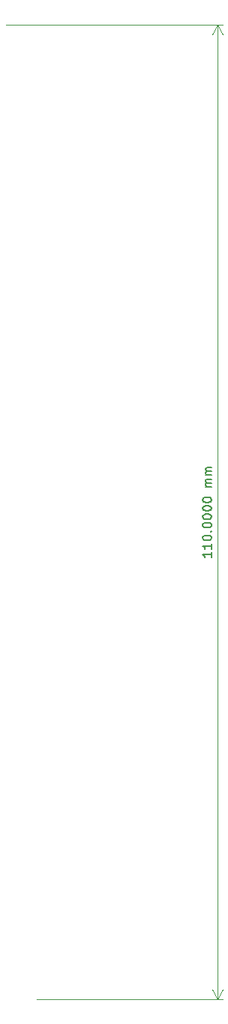
<source format=gbr>
G04 #@! TF.GenerationSoftware,KiCad,Pcbnew,9.0.3*
G04 #@! TF.CreationDate,2025-08-26T17:21:35-04:00*
G04 #@! TF.ProjectId,Oblique Palette 0.5.4 PCB Main,4f626c69-7175-4652-9050-616c65747465,0.5.5*
G04 #@! TF.SameCoordinates,Original*
G04 #@! TF.FileFunction,OtherDrawing,Comment*
%FSLAX46Y46*%
G04 Gerber Fmt 4.6, Leading zero omitted, Abs format (unit mm)*
G04 Created by KiCad (PCBNEW 9.0.3) date 2025-08-26 17:21:35*
%MOMM*%
%LPD*%
G01*
G04 APERTURE LIST*
%ADD10C,0.150000*%
%ADD11C,0.050000*%
G04 APERTURE END LIST*
D10*
X275054819Y-74563809D02*
X275054819Y-75135237D01*
X275054819Y-74849523D02*
X274054819Y-74849523D01*
X274054819Y-74849523D02*
X274197676Y-74944761D01*
X274197676Y-74944761D02*
X274292914Y-75039999D01*
X274292914Y-75039999D02*
X274340533Y-75135237D01*
X275054819Y-73611428D02*
X275054819Y-74182856D01*
X275054819Y-73897142D02*
X274054819Y-73897142D01*
X274054819Y-73897142D02*
X274197676Y-73992380D01*
X274197676Y-73992380D02*
X274292914Y-74087618D01*
X274292914Y-74087618D02*
X274340533Y-74182856D01*
X274054819Y-72992380D02*
X274054819Y-72897142D01*
X274054819Y-72897142D02*
X274102438Y-72801904D01*
X274102438Y-72801904D02*
X274150057Y-72754285D01*
X274150057Y-72754285D02*
X274245295Y-72706666D01*
X274245295Y-72706666D02*
X274435771Y-72659047D01*
X274435771Y-72659047D02*
X274673866Y-72659047D01*
X274673866Y-72659047D02*
X274864342Y-72706666D01*
X274864342Y-72706666D02*
X274959580Y-72754285D01*
X274959580Y-72754285D02*
X275007200Y-72801904D01*
X275007200Y-72801904D02*
X275054819Y-72897142D01*
X275054819Y-72897142D02*
X275054819Y-72992380D01*
X275054819Y-72992380D02*
X275007200Y-73087618D01*
X275007200Y-73087618D02*
X274959580Y-73135237D01*
X274959580Y-73135237D02*
X274864342Y-73182856D01*
X274864342Y-73182856D02*
X274673866Y-73230475D01*
X274673866Y-73230475D02*
X274435771Y-73230475D01*
X274435771Y-73230475D02*
X274245295Y-73182856D01*
X274245295Y-73182856D02*
X274150057Y-73135237D01*
X274150057Y-73135237D02*
X274102438Y-73087618D01*
X274102438Y-73087618D02*
X274054819Y-72992380D01*
X274959580Y-72230475D02*
X275007200Y-72182856D01*
X275007200Y-72182856D02*
X275054819Y-72230475D01*
X275054819Y-72230475D02*
X275007200Y-72278094D01*
X275007200Y-72278094D02*
X274959580Y-72230475D01*
X274959580Y-72230475D02*
X275054819Y-72230475D01*
X274054819Y-71563809D02*
X274054819Y-71468571D01*
X274054819Y-71468571D02*
X274102438Y-71373333D01*
X274102438Y-71373333D02*
X274150057Y-71325714D01*
X274150057Y-71325714D02*
X274245295Y-71278095D01*
X274245295Y-71278095D02*
X274435771Y-71230476D01*
X274435771Y-71230476D02*
X274673866Y-71230476D01*
X274673866Y-71230476D02*
X274864342Y-71278095D01*
X274864342Y-71278095D02*
X274959580Y-71325714D01*
X274959580Y-71325714D02*
X275007200Y-71373333D01*
X275007200Y-71373333D02*
X275054819Y-71468571D01*
X275054819Y-71468571D02*
X275054819Y-71563809D01*
X275054819Y-71563809D02*
X275007200Y-71659047D01*
X275007200Y-71659047D02*
X274959580Y-71706666D01*
X274959580Y-71706666D02*
X274864342Y-71754285D01*
X274864342Y-71754285D02*
X274673866Y-71801904D01*
X274673866Y-71801904D02*
X274435771Y-71801904D01*
X274435771Y-71801904D02*
X274245295Y-71754285D01*
X274245295Y-71754285D02*
X274150057Y-71706666D01*
X274150057Y-71706666D02*
X274102438Y-71659047D01*
X274102438Y-71659047D02*
X274054819Y-71563809D01*
X274054819Y-70611428D02*
X274054819Y-70516190D01*
X274054819Y-70516190D02*
X274102438Y-70420952D01*
X274102438Y-70420952D02*
X274150057Y-70373333D01*
X274150057Y-70373333D02*
X274245295Y-70325714D01*
X274245295Y-70325714D02*
X274435771Y-70278095D01*
X274435771Y-70278095D02*
X274673866Y-70278095D01*
X274673866Y-70278095D02*
X274864342Y-70325714D01*
X274864342Y-70325714D02*
X274959580Y-70373333D01*
X274959580Y-70373333D02*
X275007200Y-70420952D01*
X275007200Y-70420952D02*
X275054819Y-70516190D01*
X275054819Y-70516190D02*
X275054819Y-70611428D01*
X275054819Y-70611428D02*
X275007200Y-70706666D01*
X275007200Y-70706666D02*
X274959580Y-70754285D01*
X274959580Y-70754285D02*
X274864342Y-70801904D01*
X274864342Y-70801904D02*
X274673866Y-70849523D01*
X274673866Y-70849523D02*
X274435771Y-70849523D01*
X274435771Y-70849523D02*
X274245295Y-70801904D01*
X274245295Y-70801904D02*
X274150057Y-70754285D01*
X274150057Y-70754285D02*
X274102438Y-70706666D01*
X274102438Y-70706666D02*
X274054819Y-70611428D01*
X274054819Y-69659047D02*
X274054819Y-69563809D01*
X274054819Y-69563809D02*
X274102438Y-69468571D01*
X274102438Y-69468571D02*
X274150057Y-69420952D01*
X274150057Y-69420952D02*
X274245295Y-69373333D01*
X274245295Y-69373333D02*
X274435771Y-69325714D01*
X274435771Y-69325714D02*
X274673866Y-69325714D01*
X274673866Y-69325714D02*
X274864342Y-69373333D01*
X274864342Y-69373333D02*
X274959580Y-69420952D01*
X274959580Y-69420952D02*
X275007200Y-69468571D01*
X275007200Y-69468571D02*
X275054819Y-69563809D01*
X275054819Y-69563809D02*
X275054819Y-69659047D01*
X275054819Y-69659047D02*
X275007200Y-69754285D01*
X275007200Y-69754285D02*
X274959580Y-69801904D01*
X274959580Y-69801904D02*
X274864342Y-69849523D01*
X274864342Y-69849523D02*
X274673866Y-69897142D01*
X274673866Y-69897142D02*
X274435771Y-69897142D01*
X274435771Y-69897142D02*
X274245295Y-69849523D01*
X274245295Y-69849523D02*
X274150057Y-69801904D01*
X274150057Y-69801904D02*
X274102438Y-69754285D01*
X274102438Y-69754285D02*
X274054819Y-69659047D01*
X274054819Y-68706666D02*
X274054819Y-68611428D01*
X274054819Y-68611428D02*
X274102438Y-68516190D01*
X274102438Y-68516190D02*
X274150057Y-68468571D01*
X274150057Y-68468571D02*
X274245295Y-68420952D01*
X274245295Y-68420952D02*
X274435771Y-68373333D01*
X274435771Y-68373333D02*
X274673866Y-68373333D01*
X274673866Y-68373333D02*
X274864342Y-68420952D01*
X274864342Y-68420952D02*
X274959580Y-68468571D01*
X274959580Y-68468571D02*
X275007200Y-68516190D01*
X275007200Y-68516190D02*
X275054819Y-68611428D01*
X275054819Y-68611428D02*
X275054819Y-68706666D01*
X275054819Y-68706666D02*
X275007200Y-68801904D01*
X275007200Y-68801904D02*
X274959580Y-68849523D01*
X274959580Y-68849523D02*
X274864342Y-68897142D01*
X274864342Y-68897142D02*
X274673866Y-68944761D01*
X274673866Y-68944761D02*
X274435771Y-68944761D01*
X274435771Y-68944761D02*
X274245295Y-68897142D01*
X274245295Y-68897142D02*
X274150057Y-68849523D01*
X274150057Y-68849523D02*
X274102438Y-68801904D01*
X274102438Y-68801904D02*
X274054819Y-68706666D01*
X275054819Y-67182856D02*
X274388152Y-67182856D01*
X274483390Y-67182856D02*
X274435771Y-67135237D01*
X274435771Y-67135237D02*
X274388152Y-67039999D01*
X274388152Y-67039999D02*
X274388152Y-66897142D01*
X274388152Y-66897142D02*
X274435771Y-66801904D01*
X274435771Y-66801904D02*
X274531009Y-66754285D01*
X274531009Y-66754285D02*
X275054819Y-66754285D01*
X274531009Y-66754285D02*
X274435771Y-66706666D01*
X274435771Y-66706666D02*
X274388152Y-66611428D01*
X274388152Y-66611428D02*
X274388152Y-66468571D01*
X274388152Y-66468571D02*
X274435771Y-66373332D01*
X274435771Y-66373332D02*
X274531009Y-66325713D01*
X274531009Y-66325713D02*
X275054819Y-66325713D01*
X275054819Y-65849523D02*
X274388152Y-65849523D01*
X274483390Y-65849523D02*
X274435771Y-65801904D01*
X274435771Y-65801904D02*
X274388152Y-65706666D01*
X274388152Y-65706666D02*
X274388152Y-65563809D01*
X274388152Y-65563809D02*
X274435771Y-65468571D01*
X274435771Y-65468571D02*
X274531009Y-65420952D01*
X274531009Y-65420952D02*
X275054819Y-65420952D01*
X274531009Y-65420952D02*
X274435771Y-65373333D01*
X274435771Y-65373333D02*
X274388152Y-65278095D01*
X274388152Y-65278095D02*
X274388152Y-65135238D01*
X274388152Y-65135238D02*
X274435771Y-65039999D01*
X274435771Y-65039999D02*
X274531009Y-64992380D01*
X274531009Y-64992380D02*
X275054819Y-64992380D01*
D11*
X255250000Y-125040000D02*
X276336420Y-125040000D01*
X276336420Y-15040000D02*
X251750000Y-15040000D01*
X275750000Y-125040000D02*
X275750000Y-15040000D01*
X275750000Y-125040000D02*
X275163579Y-123913496D01*
X275750000Y-125040000D02*
X276336421Y-123913496D01*
X275750000Y-15040000D02*
X276336421Y-16166504D01*
X275750000Y-15040000D02*
X275163579Y-16166504D01*
M02*

</source>
